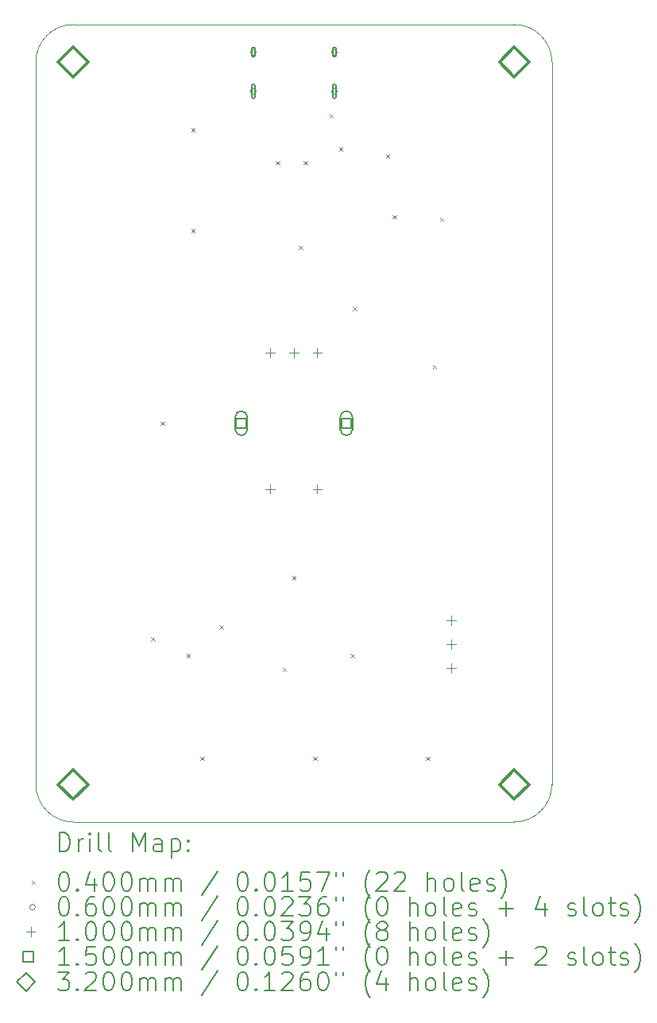
<source format=gbr>
%FSLAX45Y45*%
G04 Gerber Fmt 4.5, Leading zero omitted, Abs format (unit mm)*
G04 Created by KiCad (PCBNEW (6.0.5)) date 2024-07-06 21:19:58*
%MOMM*%
%LPD*%
G01*
G04 APERTURE LIST*
%TA.AperFunction,Profile*%
%ADD10C,0.100000*%
%TD*%
%ADD11C,0.200000*%
%ADD12C,0.040000*%
%ADD13C,0.060000*%
%ADD14C,0.100000*%
%ADD15C,0.150000*%
%ADD16C,0.320000*%
G04 APERTURE END LIST*
D10*
X17300000Y-14600000D02*
G75*
G03*
X17700000Y-14200000I0J400000D01*
G01*
X17300000Y-6100000D02*
X12600000Y-6100000D01*
X12200000Y-6500000D02*
X12200000Y-14200000D01*
X12600000Y-6100000D02*
G75*
G03*
X12200000Y-6500000I0J-400000D01*
G01*
X17700000Y-14200000D02*
X17700000Y-6500000D01*
X12200000Y-14200000D02*
G75*
G03*
X12600000Y-14600000I400000J0D01*
G01*
X12600000Y-14600000D02*
X17300000Y-14600000D01*
X17700000Y-6500000D02*
G75*
G03*
X17300000Y-6100000I-400000J0D01*
G01*
D11*
D12*
X13430000Y-12630000D02*
X13470000Y-12670000D01*
X13470000Y-12630000D02*
X13430000Y-12670000D01*
X13530000Y-10330000D02*
X13570000Y-10370000D01*
X13570000Y-10330000D02*
X13530000Y-10370000D01*
X13805000Y-12805000D02*
X13845000Y-12845000D01*
X13845000Y-12805000D02*
X13805000Y-12845000D01*
X13855000Y-7205000D02*
X13895000Y-7245000D01*
X13895000Y-7205000D02*
X13855000Y-7245000D01*
X13855000Y-8280000D02*
X13895000Y-8320000D01*
X13895000Y-8280000D02*
X13855000Y-8320000D01*
X13955000Y-13905000D02*
X13995000Y-13945000D01*
X13995000Y-13905000D02*
X13955000Y-13945000D01*
X14155000Y-12505000D02*
X14195000Y-12545000D01*
X14195000Y-12505000D02*
X14155000Y-12545000D01*
X14755000Y-7555000D02*
X14795000Y-7595000D01*
X14795000Y-7555000D02*
X14755000Y-7595000D01*
X14830000Y-12955000D02*
X14870000Y-12995000D01*
X14870000Y-12955000D02*
X14830000Y-12995000D01*
X14930000Y-11980000D02*
X14970000Y-12020000D01*
X14970000Y-11980000D02*
X14930000Y-12020000D01*
X15005000Y-8455000D02*
X15045000Y-8495000D01*
X15045000Y-8455000D02*
X15005000Y-8495000D01*
X15055000Y-7555000D02*
X15095000Y-7595000D01*
X15095000Y-7555000D02*
X15055000Y-7595000D01*
X15155000Y-13905000D02*
X15195000Y-13945000D01*
X15195000Y-13905000D02*
X15155000Y-13945000D01*
X15330000Y-7055000D02*
X15370000Y-7095000D01*
X15370000Y-7055000D02*
X15330000Y-7095000D01*
X15430000Y-7405000D02*
X15470000Y-7445000D01*
X15470000Y-7405000D02*
X15430000Y-7445000D01*
X15555000Y-12805000D02*
X15595000Y-12845000D01*
X15595000Y-12805000D02*
X15555000Y-12845000D01*
X15580000Y-9105000D02*
X15620000Y-9145000D01*
X15620000Y-9105000D02*
X15580000Y-9145000D01*
X15930000Y-7480000D02*
X15970000Y-7520000D01*
X15970000Y-7480000D02*
X15930000Y-7520000D01*
X16005000Y-8130000D02*
X16045000Y-8170000D01*
X16045000Y-8130000D02*
X16005000Y-8170000D01*
X16355000Y-13905000D02*
X16395000Y-13945000D01*
X16395000Y-13905000D02*
X16355000Y-13945000D01*
X16430000Y-9730000D02*
X16470000Y-9770000D01*
X16470000Y-9730000D02*
X16430000Y-9770000D01*
X16505000Y-8155000D02*
X16545000Y-8195000D01*
X16545000Y-8155000D02*
X16505000Y-8195000D01*
D13*
X14548000Y-6395000D02*
G75*
G03*
X14548000Y-6395000I-30000J0D01*
G01*
D11*
X14538000Y-6425000D02*
X14538000Y-6365000D01*
X14498000Y-6425000D02*
X14498000Y-6365000D01*
X14538000Y-6365000D02*
G75*
G03*
X14498000Y-6365000I-20000J0D01*
G01*
X14498000Y-6425000D02*
G75*
G03*
X14538000Y-6425000I20000J0D01*
G01*
D13*
X14548000Y-6813000D02*
G75*
G03*
X14548000Y-6813000I-30000J0D01*
G01*
D11*
X14538000Y-6868000D02*
X14538000Y-6758000D01*
X14498000Y-6868000D02*
X14498000Y-6758000D01*
X14538000Y-6758000D02*
G75*
G03*
X14498000Y-6758000I-20000J0D01*
G01*
X14498000Y-6868000D02*
G75*
G03*
X14538000Y-6868000I20000J0D01*
G01*
D13*
X15412000Y-6395000D02*
G75*
G03*
X15412000Y-6395000I-30000J0D01*
G01*
D11*
X15402000Y-6425000D02*
X15402000Y-6365000D01*
X15362000Y-6425000D02*
X15362000Y-6365000D01*
X15402000Y-6365000D02*
G75*
G03*
X15362000Y-6365000I-20000J0D01*
G01*
X15362000Y-6425000D02*
G75*
G03*
X15402000Y-6425000I20000J0D01*
G01*
D13*
X15412000Y-6813000D02*
G75*
G03*
X15412000Y-6813000I-30000J0D01*
G01*
D11*
X15402000Y-6868000D02*
X15402000Y-6758000D01*
X15362000Y-6868000D02*
X15362000Y-6758000D01*
X15402000Y-6758000D02*
G75*
G03*
X15362000Y-6758000I-20000J0D01*
G01*
X15362000Y-6868000D02*
G75*
G03*
X15402000Y-6868000I20000J0D01*
G01*
D14*
X14700000Y-9550000D02*
X14700000Y-9650000D01*
X14650000Y-9600000D02*
X14750000Y-9600000D01*
X14700000Y-11000000D02*
X14700000Y-11100000D01*
X14650000Y-11050000D02*
X14750000Y-11050000D01*
X14950000Y-9550000D02*
X14950000Y-9650000D01*
X14900000Y-9600000D02*
X15000000Y-9600000D01*
X15200000Y-9550000D02*
X15200000Y-9650000D01*
X15150000Y-9600000D02*
X15250000Y-9600000D01*
X15200000Y-11000000D02*
X15200000Y-11100000D01*
X15150000Y-11050000D02*
X15250000Y-11050000D01*
X16625000Y-12400000D02*
X16625000Y-12500000D01*
X16575000Y-12450000D02*
X16675000Y-12450000D01*
X16625000Y-12654000D02*
X16625000Y-12754000D01*
X16575000Y-12704000D02*
X16675000Y-12704000D01*
X16625000Y-12908000D02*
X16625000Y-13008000D01*
X16575000Y-12958000D02*
X16675000Y-12958000D01*
D15*
X14443033Y-10403034D02*
X14443033Y-10296967D01*
X14336966Y-10296967D01*
X14336966Y-10403034D01*
X14443033Y-10403034D01*
D11*
X14325000Y-10285000D02*
X14325000Y-10415000D01*
X14455000Y-10285000D02*
X14455000Y-10415000D01*
X14325000Y-10415000D02*
G75*
G03*
X14455000Y-10415000I65000J0D01*
G01*
X14455000Y-10285000D02*
G75*
G03*
X14325000Y-10285000I-65000J0D01*
G01*
D15*
X15563033Y-10403034D02*
X15563033Y-10296967D01*
X15456966Y-10296967D01*
X15456966Y-10403034D01*
X15563033Y-10403034D01*
D11*
X15445000Y-10285000D02*
X15445000Y-10415000D01*
X15575000Y-10285000D02*
X15575000Y-10415000D01*
X15445000Y-10415000D02*
G75*
G03*
X15575000Y-10415000I65000J0D01*
G01*
X15575000Y-10285000D02*
G75*
G03*
X15445000Y-10285000I-65000J0D01*
G01*
D16*
X12600000Y-6660000D02*
X12760000Y-6500000D01*
X12600000Y-6340000D01*
X12440000Y-6500000D01*
X12600000Y-6660000D01*
X12600000Y-14360000D02*
X12760000Y-14200000D01*
X12600000Y-14040000D01*
X12440000Y-14200000D01*
X12600000Y-14360000D01*
X17300000Y-6660000D02*
X17460000Y-6500000D01*
X17300000Y-6340000D01*
X17140000Y-6500000D01*
X17300000Y-6660000D01*
X17300000Y-14360000D02*
X17460000Y-14200000D01*
X17300000Y-14040000D01*
X17140000Y-14200000D01*
X17300000Y-14360000D01*
D11*
X12452619Y-14915476D02*
X12452619Y-14715476D01*
X12500238Y-14715476D01*
X12528809Y-14725000D01*
X12547857Y-14744048D01*
X12557381Y-14763095D01*
X12566905Y-14801190D01*
X12566905Y-14829762D01*
X12557381Y-14867857D01*
X12547857Y-14886905D01*
X12528809Y-14905952D01*
X12500238Y-14915476D01*
X12452619Y-14915476D01*
X12652619Y-14915476D02*
X12652619Y-14782143D01*
X12652619Y-14820238D02*
X12662143Y-14801190D01*
X12671667Y-14791667D01*
X12690714Y-14782143D01*
X12709762Y-14782143D01*
X12776428Y-14915476D02*
X12776428Y-14782143D01*
X12776428Y-14715476D02*
X12766905Y-14725000D01*
X12776428Y-14734524D01*
X12785952Y-14725000D01*
X12776428Y-14715476D01*
X12776428Y-14734524D01*
X12900238Y-14915476D02*
X12881190Y-14905952D01*
X12871667Y-14886905D01*
X12871667Y-14715476D01*
X13005000Y-14915476D02*
X12985952Y-14905952D01*
X12976428Y-14886905D01*
X12976428Y-14715476D01*
X13233571Y-14915476D02*
X13233571Y-14715476D01*
X13300238Y-14858333D01*
X13366905Y-14715476D01*
X13366905Y-14915476D01*
X13547857Y-14915476D02*
X13547857Y-14810714D01*
X13538333Y-14791667D01*
X13519286Y-14782143D01*
X13481190Y-14782143D01*
X13462143Y-14791667D01*
X13547857Y-14905952D02*
X13528809Y-14915476D01*
X13481190Y-14915476D01*
X13462143Y-14905952D01*
X13452619Y-14886905D01*
X13452619Y-14867857D01*
X13462143Y-14848809D01*
X13481190Y-14839286D01*
X13528809Y-14839286D01*
X13547857Y-14829762D01*
X13643095Y-14782143D02*
X13643095Y-14982143D01*
X13643095Y-14791667D02*
X13662143Y-14782143D01*
X13700238Y-14782143D01*
X13719286Y-14791667D01*
X13728809Y-14801190D01*
X13738333Y-14820238D01*
X13738333Y-14877381D01*
X13728809Y-14896428D01*
X13719286Y-14905952D01*
X13700238Y-14915476D01*
X13662143Y-14915476D01*
X13643095Y-14905952D01*
X13824048Y-14896428D02*
X13833571Y-14905952D01*
X13824048Y-14915476D01*
X13814524Y-14905952D01*
X13824048Y-14896428D01*
X13824048Y-14915476D01*
X13824048Y-14791667D02*
X13833571Y-14801190D01*
X13824048Y-14810714D01*
X13814524Y-14801190D01*
X13824048Y-14791667D01*
X13824048Y-14810714D01*
D12*
X12155000Y-15225000D02*
X12195000Y-15265000D01*
X12195000Y-15225000D02*
X12155000Y-15265000D01*
D11*
X12490714Y-15135476D02*
X12509762Y-15135476D01*
X12528809Y-15145000D01*
X12538333Y-15154524D01*
X12547857Y-15173571D01*
X12557381Y-15211667D01*
X12557381Y-15259286D01*
X12547857Y-15297381D01*
X12538333Y-15316428D01*
X12528809Y-15325952D01*
X12509762Y-15335476D01*
X12490714Y-15335476D01*
X12471667Y-15325952D01*
X12462143Y-15316428D01*
X12452619Y-15297381D01*
X12443095Y-15259286D01*
X12443095Y-15211667D01*
X12452619Y-15173571D01*
X12462143Y-15154524D01*
X12471667Y-15145000D01*
X12490714Y-15135476D01*
X12643095Y-15316428D02*
X12652619Y-15325952D01*
X12643095Y-15335476D01*
X12633571Y-15325952D01*
X12643095Y-15316428D01*
X12643095Y-15335476D01*
X12824048Y-15202143D02*
X12824048Y-15335476D01*
X12776428Y-15125952D02*
X12728809Y-15268809D01*
X12852619Y-15268809D01*
X12966905Y-15135476D02*
X12985952Y-15135476D01*
X13005000Y-15145000D01*
X13014524Y-15154524D01*
X13024048Y-15173571D01*
X13033571Y-15211667D01*
X13033571Y-15259286D01*
X13024048Y-15297381D01*
X13014524Y-15316428D01*
X13005000Y-15325952D01*
X12985952Y-15335476D01*
X12966905Y-15335476D01*
X12947857Y-15325952D01*
X12938333Y-15316428D01*
X12928809Y-15297381D01*
X12919286Y-15259286D01*
X12919286Y-15211667D01*
X12928809Y-15173571D01*
X12938333Y-15154524D01*
X12947857Y-15145000D01*
X12966905Y-15135476D01*
X13157381Y-15135476D02*
X13176428Y-15135476D01*
X13195476Y-15145000D01*
X13205000Y-15154524D01*
X13214524Y-15173571D01*
X13224048Y-15211667D01*
X13224048Y-15259286D01*
X13214524Y-15297381D01*
X13205000Y-15316428D01*
X13195476Y-15325952D01*
X13176428Y-15335476D01*
X13157381Y-15335476D01*
X13138333Y-15325952D01*
X13128809Y-15316428D01*
X13119286Y-15297381D01*
X13109762Y-15259286D01*
X13109762Y-15211667D01*
X13119286Y-15173571D01*
X13128809Y-15154524D01*
X13138333Y-15145000D01*
X13157381Y-15135476D01*
X13309762Y-15335476D02*
X13309762Y-15202143D01*
X13309762Y-15221190D02*
X13319286Y-15211667D01*
X13338333Y-15202143D01*
X13366905Y-15202143D01*
X13385952Y-15211667D01*
X13395476Y-15230714D01*
X13395476Y-15335476D01*
X13395476Y-15230714D02*
X13405000Y-15211667D01*
X13424048Y-15202143D01*
X13452619Y-15202143D01*
X13471667Y-15211667D01*
X13481190Y-15230714D01*
X13481190Y-15335476D01*
X13576428Y-15335476D02*
X13576428Y-15202143D01*
X13576428Y-15221190D02*
X13585952Y-15211667D01*
X13605000Y-15202143D01*
X13633571Y-15202143D01*
X13652619Y-15211667D01*
X13662143Y-15230714D01*
X13662143Y-15335476D01*
X13662143Y-15230714D02*
X13671667Y-15211667D01*
X13690714Y-15202143D01*
X13719286Y-15202143D01*
X13738333Y-15211667D01*
X13747857Y-15230714D01*
X13747857Y-15335476D01*
X14138333Y-15125952D02*
X13966905Y-15383095D01*
X14395476Y-15135476D02*
X14414524Y-15135476D01*
X14433571Y-15145000D01*
X14443095Y-15154524D01*
X14452619Y-15173571D01*
X14462143Y-15211667D01*
X14462143Y-15259286D01*
X14452619Y-15297381D01*
X14443095Y-15316428D01*
X14433571Y-15325952D01*
X14414524Y-15335476D01*
X14395476Y-15335476D01*
X14376428Y-15325952D01*
X14366905Y-15316428D01*
X14357381Y-15297381D01*
X14347857Y-15259286D01*
X14347857Y-15211667D01*
X14357381Y-15173571D01*
X14366905Y-15154524D01*
X14376428Y-15145000D01*
X14395476Y-15135476D01*
X14547857Y-15316428D02*
X14557381Y-15325952D01*
X14547857Y-15335476D01*
X14538333Y-15325952D01*
X14547857Y-15316428D01*
X14547857Y-15335476D01*
X14681190Y-15135476D02*
X14700238Y-15135476D01*
X14719286Y-15145000D01*
X14728809Y-15154524D01*
X14738333Y-15173571D01*
X14747857Y-15211667D01*
X14747857Y-15259286D01*
X14738333Y-15297381D01*
X14728809Y-15316428D01*
X14719286Y-15325952D01*
X14700238Y-15335476D01*
X14681190Y-15335476D01*
X14662143Y-15325952D01*
X14652619Y-15316428D01*
X14643095Y-15297381D01*
X14633571Y-15259286D01*
X14633571Y-15211667D01*
X14643095Y-15173571D01*
X14652619Y-15154524D01*
X14662143Y-15145000D01*
X14681190Y-15135476D01*
X14938333Y-15335476D02*
X14824048Y-15335476D01*
X14881190Y-15335476D02*
X14881190Y-15135476D01*
X14862143Y-15164048D01*
X14843095Y-15183095D01*
X14824048Y-15192619D01*
X15119286Y-15135476D02*
X15024048Y-15135476D01*
X15014524Y-15230714D01*
X15024048Y-15221190D01*
X15043095Y-15211667D01*
X15090714Y-15211667D01*
X15109762Y-15221190D01*
X15119286Y-15230714D01*
X15128809Y-15249762D01*
X15128809Y-15297381D01*
X15119286Y-15316428D01*
X15109762Y-15325952D01*
X15090714Y-15335476D01*
X15043095Y-15335476D01*
X15024048Y-15325952D01*
X15014524Y-15316428D01*
X15195476Y-15135476D02*
X15328809Y-15135476D01*
X15243095Y-15335476D01*
X15395476Y-15135476D02*
X15395476Y-15173571D01*
X15471667Y-15135476D02*
X15471667Y-15173571D01*
X15766905Y-15411667D02*
X15757381Y-15402143D01*
X15738333Y-15373571D01*
X15728809Y-15354524D01*
X15719286Y-15325952D01*
X15709762Y-15278333D01*
X15709762Y-15240238D01*
X15719286Y-15192619D01*
X15728809Y-15164048D01*
X15738333Y-15145000D01*
X15757381Y-15116428D01*
X15766905Y-15106905D01*
X15833571Y-15154524D02*
X15843095Y-15145000D01*
X15862143Y-15135476D01*
X15909762Y-15135476D01*
X15928809Y-15145000D01*
X15938333Y-15154524D01*
X15947857Y-15173571D01*
X15947857Y-15192619D01*
X15938333Y-15221190D01*
X15824048Y-15335476D01*
X15947857Y-15335476D01*
X16024048Y-15154524D02*
X16033571Y-15145000D01*
X16052619Y-15135476D01*
X16100238Y-15135476D01*
X16119286Y-15145000D01*
X16128809Y-15154524D01*
X16138333Y-15173571D01*
X16138333Y-15192619D01*
X16128809Y-15221190D01*
X16014524Y-15335476D01*
X16138333Y-15335476D01*
X16376428Y-15335476D02*
X16376428Y-15135476D01*
X16462143Y-15335476D02*
X16462143Y-15230714D01*
X16452619Y-15211667D01*
X16433571Y-15202143D01*
X16405000Y-15202143D01*
X16385952Y-15211667D01*
X16376428Y-15221190D01*
X16585952Y-15335476D02*
X16566905Y-15325952D01*
X16557381Y-15316428D01*
X16547857Y-15297381D01*
X16547857Y-15240238D01*
X16557381Y-15221190D01*
X16566905Y-15211667D01*
X16585952Y-15202143D01*
X16614524Y-15202143D01*
X16633571Y-15211667D01*
X16643095Y-15221190D01*
X16652619Y-15240238D01*
X16652619Y-15297381D01*
X16643095Y-15316428D01*
X16633571Y-15325952D01*
X16614524Y-15335476D01*
X16585952Y-15335476D01*
X16766905Y-15335476D02*
X16747857Y-15325952D01*
X16738333Y-15306905D01*
X16738333Y-15135476D01*
X16919286Y-15325952D02*
X16900238Y-15335476D01*
X16862143Y-15335476D01*
X16843095Y-15325952D01*
X16833571Y-15306905D01*
X16833571Y-15230714D01*
X16843095Y-15211667D01*
X16862143Y-15202143D01*
X16900238Y-15202143D01*
X16919286Y-15211667D01*
X16928810Y-15230714D01*
X16928810Y-15249762D01*
X16833571Y-15268809D01*
X17005000Y-15325952D02*
X17024048Y-15335476D01*
X17062143Y-15335476D01*
X17081190Y-15325952D01*
X17090714Y-15306905D01*
X17090714Y-15297381D01*
X17081190Y-15278333D01*
X17062143Y-15268809D01*
X17033571Y-15268809D01*
X17014524Y-15259286D01*
X17005000Y-15240238D01*
X17005000Y-15230714D01*
X17014524Y-15211667D01*
X17033571Y-15202143D01*
X17062143Y-15202143D01*
X17081190Y-15211667D01*
X17157381Y-15411667D02*
X17166905Y-15402143D01*
X17185952Y-15373571D01*
X17195476Y-15354524D01*
X17205000Y-15325952D01*
X17214524Y-15278333D01*
X17214524Y-15240238D01*
X17205000Y-15192619D01*
X17195476Y-15164048D01*
X17185952Y-15145000D01*
X17166905Y-15116428D01*
X17157381Y-15106905D01*
D13*
X12195000Y-15509000D02*
G75*
G03*
X12195000Y-15509000I-30000J0D01*
G01*
D11*
X12490714Y-15399476D02*
X12509762Y-15399476D01*
X12528809Y-15409000D01*
X12538333Y-15418524D01*
X12547857Y-15437571D01*
X12557381Y-15475667D01*
X12557381Y-15523286D01*
X12547857Y-15561381D01*
X12538333Y-15580428D01*
X12528809Y-15589952D01*
X12509762Y-15599476D01*
X12490714Y-15599476D01*
X12471667Y-15589952D01*
X12462143Y-15580428D01*
X12452619Y-15561381D01*
X12443095Y-15523286D01*
X12443095Y-15475667D01*
X12452619Y-15437571D01*
X12462143Y-15418524D01*
X12471667Y-15409000D01*
X12490714Y-15399476D01*
X12643095Y-15580428D02*
X12652619Y-15589952D01*
X12643095Y-15599476D01*
X12633571Y-15589952D01*
X12643095Y-15580428D01*
X12643095Y-15599476D01*
X12824048Y-15399476D02*
X12785952Y-15399476D01*
X12766905Y-15409000D01*
X12757381Y-15418524D01*
X12738333Y-15447095D01*
X12728809Y-15485190D01*
X12728809Y-15561381D01*
X12738333Y-15580428D01*
X12747857Y-15589952D01*
X12766905Y-15599476D01*
X12805000Y-15599476D01*
X12824048Y-15589952D01*
X12833571Y-15580428D01*
X12843095Y-15561381D01*
X12843095Y-15513762D01*
X12833571Y-15494714D01*
X12824048Y-15485190D01*
X12805000Y-15475667D01*
X12766905Y-15475667D01*
X12747857Y-15485190D01*
X12738333Y-15494714D01*
X12728809Y-15513762D01*
X12966905Y-15399476D02*
X12985952Y-15399476D01*
X13005000Y-15409000D01*
X13014524Y-15418524D01*
X13024048Y-15437571D01*
X13033571Y-15475667D01*
X13033571Y-15523286D01*
X13024048Y-15561381D01*
X13014524Y-15580428D01*
X13005000Y-15589952D01*
X12985952Y-15599476D01*
X12966905Y-15599476D01*
X12947857Y-15589952D01*
X12938333Y-15580428D01*
X12928809Y-15561381D01*
X12919286Y-15523286D01*
X12919286Y-15475667D01*
X12928809Y-15437571D01*
X12938333Y-15418524D01*
X12947857Y-15409000D01*
X12966905Y-15399476D01*
X13157381Y-15399476D02*
X13176428Y-15399476D01*
X13195476Y-15409000D01*
X13205000Y-15418524D01*
X13214524Y-15437571D01*
X13224048Y-15475667D01*
X13224048Y-15523286D01*
X13214524Y-15561381D01*
X13205000Y-15580428D01*
X13195476Y-15589952D01*
X13176428Y-15599476D01*
X13157381Y-15599476D01*
X13138333Y-15589952D01*
X13128809Y-15580428D01*
X13119286Y-15561381D01*
X13109762Y-15523286D01*
X13109762Y-15475667D01*
X13119286Y-15437571D01*
X13128809Y-15418524D01*
X13138333Y-15409000D01*
X13157381Y-15399476D01*
X13309762Y-15599476D02*
X13309762Y-15466143D01*
X13309762Y-15485190D02*
X13319286Y-15475667D01*
X13338333Y-15466143D01*
X13366905Y-15466143D01*
X13385952Y-15475667D01*
X13395476Y-15494714D01*
X13395476Y-15599476D01*
X13395476Y-15494714D02*
X13405000Y-15475667D01*
X13424048Y-15466143D01*
X13452619Y-15466143D01*
X13471667Y-15475667D01*
X13481190Y-15494714D01*
X13481190Y-15599476D01*
X13576428Y-15599476D02*
X13576428Y-15466143D01*
X13576428Y-15485190D02*
X13585952Y-15475667D01*
X13605000Y-15466143D01*
X13633571Y-15466143D01*
X13652619Y-15475667D01*
X13662143Y-15494714D01*
X13662143Y-15599476D01*
X13662143Y-15494714D02*
X13671667Y-15475667D01*
X13690714Y-15466143D01*
X13719286Y-15466143D01*
X13738333Y-15475667D01*
X13747857Y-15494714D01*
X13747857Y-15599476D01*
X14138333Y-15389952D02*
X13966905Y-15647095D01*
X14395476Y-15399476D02*
X14414524Y-15399476D01*
X14433571Y-15409000D01*
X14443095Y-15418524D01*
X14452619Y-15437571D01*
X14462143Y-15475667D01*
X14462143Y-15523286D01*
X14452619Y-15561381D01*
X14443095Y-15580428D01*
X14433571Y-15589952D01*
X14414524Y-15599476D01*
X14395476Y-15599476D01*
X14376428Y-15589952D01*
X14366905Y-15580428D01*
X14357381Y-15561381D01*
X14347857Y-15523286D01*
X14347857Y-15475667D01*
X14357381Y-15437571D01*
X14366905Y-15418524D01*
X14376428Y-15409000D01*
X14395476Y-15399476D01*
X14547857Y-15580428D02*
X14557381Y-15589952D01*
X14547857Y-15599476D01*
X14538333Y-15589952D01*
X14547857Y-15580428D01*
X14547857Y-15599476D01*
X14681190Y-15399476D02*
X14700238Y-15399476D01*
X14719286Y-15409000D01*
X14728809Y-15418524D01*
X14738333Y-15437571D01*
X14747857Y-15475667D01*
X14747857Y-15523286D01*
X14738333Y-15561381D01*
X14728809Y-15580428D01*
X14719286Y-15589952D01*
X14700238Y-15599476D01*
X14681190Y-15599476D01*
X14662143Y-15589952D01*
X14652619Y-15580428D01*
X14643095Y-15561381D01*
X14633571Y-15523286D01*
X14633571Y-15475667D01*
X14643095Y-15437571D01*
X14652619Y-15418524D01*
X14662143Y-15409000D01*
X14681190Y-15399476D01*
X14824048Y-15418524D02*
X14833571Y-15409000D01*
X14852619Y-15399476D01*
X14900238Y-15399476D01*
X14919286Y-15409000D01*
X14928809Y-15418524D01*
X14938333Y-15437571D01*
X14938333Y-15456619D01*
X14928809Y-15485190D01*
X14814524Y-15599476D01*
X14938333Y-15599476D01*
X15005000Y-15399476D02*
X15128809Y-15399476D01*
X15062143Y-15475667D01*
X15090714Y-15475667D01*
X15109762Y-15485190D01*
X15119286Y-15494714D01*
X15128809Y-15513762D01*
X15128809Y-15561381D01*
X15119286Y-15580428D01*
X15109762Y-15589952D01*
X15090714Y-15599476D01*
X15033571Y-15599476D01*
X15014524Y-15589952D01*
X15005000Y-15580428D01*
X15300238Y-15399476D02*
X15262143Y-15399476D01*
X15243095Y-15409000D01*
X15233571Y-15418524D01*
X15214524Y-15447095D01*
X15205000Y-15485190D01*
X15205000Y-15561381D01*
X15214524Y-15580428D01*
X15224048Y-15589952D01*
X15243095Y-15599476D01*
X15281190Y-15599476D01*
X15300238Y-15589952D01*
X15309762Y-15580428D01*
X15319286Y-15561381D01*
X15319286Y-15513762D01*
X15309762Y-15494714D01*
X15300238Y-15485190D01*
X15281190Y-15475667D01*
X15243095Y-15475667D01*
X15224048Y-15485190D01*
X15214524Y-15494714D01*
X15205000Y-15513762D01*
X15395476Y-15399476D02*
X15395476Y-15437571D01*
X15471667Y-15399476D02*
X15471667Y-15437571D01*
X15766905Y-15675667D02*
X15757381Y-15666143D01*
X15738333Y-15637571D01*
X15728809Y-15618524D01*
X15719286Y-15589952D01*
X15709762Y-15542333D01*
X15709762Y-15504238D01*
X15719286Y-15456619D01*
X15728809Y-15428048D01*
X15738333Y-15409000D01*
X15757381Y-15380428D01*
X15766905Y-15370905D01*
X15881190Y-15399476D02*
X15900238Y-15399476D01*
X15919286Y-15409000D01*
X15928809Y-15418524D01*
X15938333Y-15437571D01*
X15947857Y-15475667D01*
X15947857Y-15523286D01*
X15938333Y-15561381D01*
X15928809Y-15580428D01*
X15919286Y-15589952D01*
X15900238Y-15599476D01*
X15881190Y-15599476D01*
X15862143Y-15589952D01*
X15852619Y-15580428D01*
X15843095Y-15561381D01*
X15833571Y-15523286D01*
X15833571Y-15475667D01*
X15843095Y-15437571D01*
X15852619Y-15418524D01*
X15862143Y-15409000D01*
X15881190Y-15399476D01*
X16185952Y-15599476D02*
X16185952Y-15399476D01*
X16271667Y-15599476D02*
X16271667Y-15494714D01*
X16262143Y-15475667D01*
X16243095Y-15466143D01*
X16214524Y-15466143D01*
X16195476Y-15475667D01*
X16185952Y-15485190D01*
X16395476Y-15599476D02*
X16376428Y-15589952D01*
X16366905Y-15580428D01*
X16357381Y-15561381D01*
X16357381Y-15504238D01*
X16366905Y-15485190D01*
X16376428Y-15475667D01*
X16395476Y-15466143D01*
X16424048Y-15466143D01*
X16443095Y-15475667D01*
X16452619Y-15485190D01*
X16462143Y-15504238D01*
X16462143Y-15561381D01*
X16452619Y-15580428D01*
X16443095Y-15589952D01*
X16424048Y-15599476D01*
X16395476Y-15599476D01*
X16576428Y-15599476D02*
X16557381Y-15589952D01*
X16547857Y-15570905D01*
X16547857Y-15399476D01*
X16728809Y-15589952D02*
X16709762Y-15599476D01*
X16671667Y-15599476D01*
X16652619Y-15589952D01*
X16643095Y-15570905D01*
X16643095Y-15494714D01*
X16652619Y-15475667D01*
X16671667Y-15466143D01*
X16709762Y-15466143D01*
X16728809Y-15475667D01*
X16738333Y-15494714D01*
X16738333Y-15513762D01*
X16643095Y-15532809D01*
X16814524Y-15589952D02*
X16833571Y-15599476D01*
X16871667Y-15599476D01*
X16890714Y-15589952D01*
X16900238Y-15570905D01*
X16900238Y-15561381D01*
X16890714Y-15542333D01*
X16871667Y-15532809D01*
X16843095Y-15532809D01*
X16824048Y-15523286D01*
X16814524Y-15504238D01*
X16814524Y-15494714D01*
X16824048Y-15475667D01*
X16843095Y-15466143D01*
X16871667Y-15466143D01*
X16890714Y-15475667D01*
X17138333Y-15523286D02*
X17290714Y-15523286D01*
X17214524Y-15599476D02*
X17214524Y-15447095D01*
X17624048Y-15466143D02*
X17624048Y-15599476D01*
X17576429Y-15389952D02*
X17528810Y-15532809D01*
X17652619Y-15532809D01*
X17871667Y-15589952D02*
X17890714Y-15599476D01*
X17928810Y-15599476D01*
X17947857Y-15589952D01*
X17957381Y-15570905D01*
X17957381Y-15561381D01*
X17947857Y-15542333D01*
X17928810Y-15532809D01*
X17900238Y-15532809D01*
X17881190Y-15523286D01*
X17871667Y-15504238D01*
X17871667Y-15494714D01*
X17881190Y-15475667D01*
X17900238Y-15466143D01*
X17928810Y-15466143D01*
X17947857Y-15475667D01*
X18071667Y-15599476D02*
X18052619Y-15589952D01*
X18043095Y-15570905D01*
X18043095Y-15399476D01*
X18176429Y-15599476D02*
X18157381Y-15589952D01*
X18147857Y-15580428D01*
X18138333Y-15561381D01*
X18138333Y-15504238D01*
X18147857Y-15485190D01*
X18157381Y-15475667D01*
X18176429Y-15466143D01*
X18205000Y-15466143D01*
X18224048Y-15475667D01*
X18233571Y-15485190D01*
X18243095Y-15504238D01*
X18243095Y-15561381D01*
X18233571Y-15580428D01*
X18224048Y-15589952D01*
X18205000Y-15599476D01*
X18176429Y-15599476D01*
X18300238Y-15466143D02*
X18376429Y-15466143D01*
X18328810Y-15399476D02*
X18328810Y-15570905D01*
X18338333Y-15589952D01*
X18357381Y-15599476D01*
X18376429Y-15599476D01*
X18433571Y-15589952D02*
X18452619Y-15599476D01*
X18490714Y-15599476D01*
X18509762Y-15589952D01*
X18519286Y-15570905D01*
X18519286Y-15561381D01*
X18509762Y-15542333D01*
X18490714Y-15532809D01*
X18462143Y-15532809D01*
X18443095Y-15523286D01*
X18433571Y-15504238D01*
X18433571Y-15494714D01*
X18443095Y-15475667D01*
X18462143Y-15466143D01*
X18490714Y-15466143D01*
X18509762Y-15475667D01*
X18585952Y-15675667D02*
X18595476Y-15666143D01*
X18614524Y-15637571D01*
X18624048Y-15618524D01*
X18633571Y-15589952D01*
X18643095Y-15542333D01*
X18643095Y-15504238D01*
X18633571Y-15456619D01*
X18624048Y-15428048D01*
X18614524Y-15409000D01*
X18595476Y-15380428D01*
X18585952Y-15370905D01*
D14*
X12145000Y-15723000D02*
X12145000Y-15823000D01*
X12095000Y-15773000D02*
X12195000Y-15773000D01*
D11*
X12557381Y-15863476D02*
X12443095Y-15863476D01*
X12500238Y-15863476D02*
X12500238Y-15663476D01*
X12481190Y-15692048D01*
X12462143Y-15711095D01*
X12443095Y-15720619D01*
X12643095Y-15844428D02*
X12652619Y-15853952D01*
X12643095Y-15863476D01*
X12633571Y-15853952D01*
X12643095Y-15844428D01*
X12643095Y-15863476D01*
X12776428Y-15663476D02*
X12795476Y-15663476D01*
X12814524Y-15673000D01*
X12824048Y-15682524D01*
X12833571Y-15701571D01*
X12843095Y-15739667D01*
X12843095Y-15787286D01*
X12833571Y-15825381D01*
X12824048Y-15844428D01*
X12814524Y-15853952D01*
X12795476Y-15863476D01*
X12776428Y-15863476D01*
X12757381Y-15853952D01*
X12747857Y-15844428D01*
X12738333Y-15825381D01*
X12728809Y-15787286D01*
X12728809Y-15739667D01*
X12738333Y-15701571D01*
X12747857Y-15682524D01*
X12757381Y-15673000D01*
X12776428Y-15663476D01*
X12966905Y-15663476D02*
X12985952Y-15663476D01*
X13005000Y-15673000D01*
X13014524Y-15682524D01*
X13024048Y-15701571D01*
X13033571Y-15739667D01*
X13033571Y-15787286D01*
X13024048Y-15825381D01*
X13014524Y-15844428D01*
X13005000Y-15853952D01*
X12985952Y-15863476D01*
X12966905Y-15863476D01*
X12947857Y-15853952D01*
X12938333Y-15844428D01*
X12928809Y-15825381D01*
X12919286Y-15787286D01*
X12919286Y-15739667D01*
X12928809Y-15701571D01*
X12938333Y-15682524D01*
X12947857Y-15673000D01*
X12966905Y-15663476D01*
X13157381Y-15663476D02*
X13176428Y-15663476D01*
X13195476Y-15673000D01*
X13205000Y-15682524D01*
X13214524Y-15701571D01*
X13224048Y-15739667D01*
X13224048Y-15787286D01*
X13214524Y-15825381D01*
X13205000Y-15844428D01*
X13195476Y-15853952D01*
X13176428Y-15863476D01*
X13157381Y-15863476D01*
X13138333Y-15853952D01*
X13128809Y-15844428D01*
X13119286Y-15825381D01*
X13109762Y-15787286D01*
X13109762Y-15739667D01*
X13119286Y-15701571D01*
X13128809Y-15682524D01*
X13138333Y-15673000D01*
X13157381Y-15663476D01*
X13309762Y-15863476D02*
X13309762Y-15730143D01*
X13309762Y-15749190D02*
X13319286Y-15739667D01*
X13338333Y-15730143D01*
X13366905Y-15730143D01*
X13385952Y-15739667D01*
X13395476Y-15758714D01*
X13395476Y-15863476D01*
X13395476Y-15758714D02*
X13405000Y-15739667D01*
X13424048Y-15730143D01*
X13452619Y-15730143D01*
X13471667Y-15739667D01*
X13481190Y-15758714D01*
X13481190Y-15863476D01*
X13576428Y-15863476D02*
X13576428Y-15730143D01*
X13576428Y-15749190D02*
X13585952Y-15739667D01*
X13605000Y-15730143D01*
X13633571Y-15730143D01*
X13652619Y-15739667D01*
X13662143Y-15758714D01*
X13662143Y-15863476D01*
X13662143Y-15758714D02*
X13671667Y-15739667D01*
X13690714Y-15730143D01*
X13719286Y-15730143D01*
X13738333Y-15739667D01*
X13747857Y-15758714D01*
X13747857Y-15863476D01*
X14138333Y-15653952D02*
X13966905Y-15911095D01*
X14395476Y-15663476D02*
X14414524Y-15663476D01*
X14433571Y-15673000D01*
X14443095Y-15682524D01*
X14452619Y-15701571D01*
X14462143Y-15739667D01*
X14462143Y-15787286D01*
X14452619Y-15825381D01*
X14443095Y-15844428D01*
X14433571Y-15853952D01*
X14414524Y-15863476D01*
X14395476Y-15863476D01*
X14376428Y-15853952D01*
X14366905Y-15844428D01*
X14357381Y-15825381D01*
X14347857Y-15787286D01*
X14347857Y-15739667D01*
X14357381Y-15701571D01*
X14366905Y-15682524D01*
X14376428Y-15673000D01*
X14395476Y-15663476D01*
X14547857Y-15844428D02*
X14557381Y-15853952D01*
X14547857Y-15863476D01*
X14538333Y-15853952D01*
X14547857Y-15844428D01*
X14547857Y-15863476D01*
X14681190Y-15663476D02*
X14700238Y-15663476D01*
X14719286Y-15673000D01*
X14728809Y-15682524D01*
X14738333Y-15701571D01*
X14747857Y-15739667D01*
X14747857Y-15787286D01*
X14738333Y-15825381D01*
X14728809Y-15844428D01*
X14719286Y-15853952D01*
X14700238Y-15863476D01*
X14681190Y-15863476D01*
X14662143Y-15853952D01*
X14652619Y-15844428D01*
X14643095Y-15825381D01*
X14633571Y-15787286D01*
X14633571Y-15739667D01*
X14643095Y-15701571D01*
X14652619Y-15682524D01*
X14662143Y-15673000D01*
X14681190Y-15663476D01*
X14814524Y-15663476D02*
X14938333Y-15663476D01*
X14871667Y-15739667D01*
X14900238Y-15739667D01*
X14919286Y-15749190D01*
X14928809Y-15758714D01*
X14938333Y-15777762D01*
X14938333Y-15825381D01*
X14928809Y-15844428D01*
X14919286Y-15853952D01*
X14900238Y-15863476D01*
X14843095Y-15863476D01*
X14824048Y-15853952D01*
X14814524Y-15844428D01*
X15033571Y-15863476D02*
X15071667Y-15863476D01*
X15090714Y-15853952D01*
X15100238Y-15844428D01*
X15119286Y-15815857D01*
X15128809Y-15777762D01*
X15128809Y-15701571D01*
X15119286Y-15682524D01*
X15109762Y-15673000D01*
X15090714Y-15663476D01*
X15052619Y-15663476D01*
X15033571Y-15673000D01*
X15024048Y-15682524D01*
X15014524Y-15701571D01*
X15014524Y-15749190D01*
X15024048Y-15768238D01*
X15033571Y-15777762D01*
X15052619Y-15787286D01*
X15090714Y-15787286D01*
X15109762Y-15777762D01*
X15119286Y-15768238D01*
X15128809Y-15749190D01*
X15300238Y-15730143D02*
X15300238Y-15863476D01*
X15252619Y-15653952D02*
X15205000Y-15796809D01*
X15328809Y-15796809D01*
X15395476Y-15663476D02*
X15395476Y-15701571D01*
X15471667Y-15663476D02*
X15471667Y-15701571D01*
X15766905Y-15939667D02*
X15757381Y-15930143D01*
X15738333Y-15901571D01*
X15728809Y-15882524D01*
X15719286Y-15853952D01*
X15709762Y-15806333D01*
X15709762Y-15768238D01*
X15719286Y-15720619D01*
X15728809Y-15692048D01*
X15738333Y-15673000D01*
X15757381Y-15644428D01*
X15766905Y-15634905D01*
X15871667Y-15749190D02*
X15852619Y-15739667D01*
X15843095Y-15730143D01*
X15833571Y-15711095D01*
X15833571Y-15701571D01*
X15843095Y-15682524D01*
X15852619Y-15673000D01*
X15871667Y-15663476D01*
X15909762Y-15663476D01*
X15928809Y-15673000D01*
X15938333Y-15682524D01*
X15947857Y-15701571D01*
X15947857Y-15711095D01*
X15938333Y-15730143D01*
X15928809Y-15739667D01*
X15909762Y-15749190D01*
X15871667Y-15749190D01*
X15852619Y-15758714D01*
X15843095Y-15768238D01*
X15833571Y-15787286D01*
X15833571Y-15825381D01*
X15843095Y-15844428D01*
X15852619Y-15853952D01*
X15871667Y-15863476D01*
X15909762Y-15863476D01*
X15928809Y-15853952D01*
X15938333Y-15844428D01*
X15947857Y-15825381D01*
X15947857Y-15787286D01*
X15938333Y-15768238D01*
X15928809Y-15758714D01*
X15909762Y-15749190D01*
X16185952Y-15863476D02*
X16185952Y-15663476D01*
X16271667Y-15863476D02*
X16271667Y-15758714D01*
X16262143Y-15739667D01*
X16243095Y-15730143D01*
X16214524Y-15730143D01*
X16195476Y-15739667D01*
X16185952Y-15749190D01*
X16395476Y-15863476D02*
X16376428Y-15853952D01*
X16366905Y-15844428D01*
X16357381Y-15825381D01*
X16357381Y-15768238D01*
X16366905Y-15749190D01*
X16376428Y-15739667D01*
X16395476Y-15730143D01*
X16424048Y-15730143D01*
X16443095Y-15739667D01*
X16452619Y-15749190D01*
X16462143Y-15768238D01*
X16462143Y-15825381D01*
X16452619Y-15844428D01*
X16443095Y-15853952D01*
X16424048Y-15863476D01*
X16395476Y-15863476D01*
X16576428Y-15863476D02*
X16557381Y-15853952D01*
X16547857Y-15834905D01*
X16547857Y-15663476D01*
X16728809Y-15853952D02*
X16709762Y-15863476D01*
X16671667Y-15863476D01*
X16652619Y-15853952D01*
X16643095Y-15834905D01*
X16643095Y-15758714D01*
X16652619Y-15739667D01*
X16671667Y-15730143D01*
X16709762Y-15730143D01*
X16728809Y-15739667D01*
X16738333Y-15758714D01*
X16738333Y-15777762D01*
X16643095Y-15796809D01*
X16814524Y-15853952D02*
X16833571Y-15863476D01*
X16871667Y-15863476D01*
X16890714Y-15853952D01*
X16900238Y-15834905D01*
X16900238Y-15825381D01*
X16890714Y-15806333D01*
X16871667Y-15796809D01*
X16843095Y-15796809D01*
X16824048Y-15787286D01*
X16814524Y-15768238D01*
X16814524Y-15758714D01*
X16824048Y-15739667D01*
X16843095Y-15730143D01*
X16871667Y-15730143D01*
X16890714Y-15739667D01*
X16966905Y-15939667D02*
X16976429Y-15930143D01*
X16995476Y-15901571D01*
X17005000Y-15882524D01*
X17014524Y-15853952D01*
X17024048Y-15806333D01*
X17024048Y-15768238D01*
X17014524Y-15720619D01*
X17005000Y-15692048D01*
X16995476Y-15673000D01*
X16976429Y-15644428D01*
X16966905Y-15634905D01*
D15*
X12173033Y-16090033D02*
X12173033Y-15983966D01*
X12066966Y-15983966D01*
X12066966Y-16090033D01*
X12173033Y-16090033D01*
D11*
X12557381Y-16127476D02*
X12443095Y-16127476D01*
X12500238Y-16127476D02*
X12500238Y-15927476D01*
X12481190Y-15956048D01*
X12462143Y-15975095D01*
X12443095Y-15984619D01*
X12643095Y-16108428D02*
X12652619Y-16117952D01*
X12643095Y-16127476D01*
X12633571Y-16117952D01*
X12643095Y-16108428D01*
X12643095Y-16127476D01*
X12833571Y-15927476D02*
X12738333Y-15927476D01*
X12728809Y-16022714D01*
X12738333Y-16013190D01*
X12757381Y-16003667D01*
X12805000Y-16003667D01*
X12824048Y-16013190D01*
X12833571Y-16022714D01*
X12843095Y-16041762D01*
X12843095Y-16089381D01*
X12833571Y-16108428D01*
X12824048Y-16117952D01*
X12805000Y-16127476D01*
X12757381Y-16127476D01*
X12738333Y-16117952D01*
X12728809Y-16108428D01*
X12966905Y-15927476D02*
X12985952Y-15927476D01*
X13005000Y-15937000D01*
X13014524Y-15946524D01*
X13024048Y-15965571D01*
X13033571Y-16003667D01*
X13033571Y-16051286D01*
X13024048Y-16089381D01*
X13014524Y-16108428D01*
X13005000Y-16117952D01*
X12985952Y-16127476D01*
X12966905Y-16127476D01*
X12947857Y-16117952D01*
X12938333Y-16108428D01*
X12928809Y-16089381D01*
X12919286Y-16051286D01*
X12919286Y-16003667D01*
X12928809Y-15965571D01*
X12938333Y-15946524D01*
X12947857Y-15937000D01*
X12966905Y-15927476D01*
X13157381Y-15927476D02*
X13176428Y-15927476D01*
X13195476Y-15937000D01*
X13205000Y-15946524D01*
X13214524Y-15965571D01*
X13224048Y-16003667D01*
X13224048Y-16051286D01*
X13214524Y-16089381D01*
X13205000Y-16108428D01*
X13195476Y-16117952D01*
X13176428Y-16127476D01*
X13157381Y-16127476D01*
X13138333Y-16117952D01*
X13128809Y-16108428D01*
X13119286Y-16089381D01*
X13109762Y-16051286D01*
X13109762Y-16003667D01*
X13119286Y-15965571D01*
X13128809Y-15946524D01*
X13138333Y-15937000D01*
X13157381Y-15927476D01*
X13309762Y-16127476D02*
X13309762Y-15994143D01*
X13309762Y-16013190D02*
X13319286Y-16003667D01*
X13338333Y-15994143D01*
X13366905Y-15994143D01*
X13385952Y-16003667D01*
X13395476Y-16022714D01*
X13395476Y-16127476D01*
X13395476Y-16022714D02*
X13405000Y-16003667D01*
X13424048Y-15994143D01*
X13452619Y-15994143D01*
X13471667Y-16003667D01*
X13481190Y-16022714D01*
X13481190Y-16127476D01*
X13576428Y-16127476D02*
X13576428Y-15994143D01*
X13576428Y-16013190D02*
X13585952Y-16003667D01*
X13605000Y-15994143D01*
X13633571Y-15994143D01*
X13652619Y-16003667D01*
X13662143Y-16022714D01*
X13662143Y-16127476D01*
X13662143Y-16022714D02*
X13671667Y-16003667D01*
X13690714Y-15994143D01*
X13719286Y-15994143D01*
X13738333Y-16003667D01*
X13747857Y-16022714D01*
X13747857Y-16127476D01*
X14138333Y-15917952D02*
X13966905Y-16175095D01*
X14395476Y-15927476D02*
X14414524Y-15927476D01*
X14433571Y-15937000D01*
X14443095Y-15946524D01*
X14452619Y-15965571D01*
X14462143Y-16003667D01*
X14462143Y-16051286D01*
X14452619Y-16089381D01*
X14443095Y-16108428D01*
X14433571Y-16117952D01*
X14414524Y-16127476D01*
X14395476Y-16127476D01*
X14376428Y-16117952D01*
X14366905Y-16108428D01*
X14357381Y-16089381D01*
X14347857Y-16051286D01*
X14347857Y-16003667D01*
X14357381Y-15965571D01*
X14366905Y-15946524D01*
X14376428Y-15937000D01*
X14395476Y-15927476D01*
X14547857Y-16108428D02*
X14557381Y-16117952D01*
X14547857Y-16127476D01*
X14538333Y-16117952D01*
X14547857Y-16108428D01*
X14547857Y-16127476D01*
X14681190Y-15927476D02*
X14700238Y-15927476D01*
X14719286Y-15937000D01*
X14728809Y-15946524D01*
X14738333Y-15965571D01*
X14747857Y-16003667D01*
X14747857Y-16051286D01*
X14738333Y-16089381D01*
X14728809Y-16108428D01*
X14719286Y-16117952D01*
X14700238Y-16127476D01*
X14681190Y-16127476D01*
X14662143Y-16117952D01*
X14652619Y-16108428D01*
X14643095Y-16089381D01*
X14633571Y-16051286D01*
X14633571Y-16003667D01*
X14643095Y-15965571D01*
X14652619Y-15946524D01*
X14662143Y-15937000D01*
X14681190Y-15927476D01*
X14928809Y-15927476D02*
X14833571Y-15927476D01*
X14824048Y-16022714D01*
X14833571Y-16013190D01*
X14852619Y-16003667D01*
X14900238Y-16003667D01*
X14919286Y-16013190D01*
X14928809Y-16022714D01*
X14938333Y-16041762D01*
X14938333Y-16089381D01*
X14928809Y-16108428D01*
X14919286Y-16117952D01*
X14900238Y-16127476D01*
X14852619Y-16127476D01*
X14833571Y-16117952D01*
X14824048Y-16108428D01*
X15033571Y-16127476D02*
X15071667Y-16127476D01*
X15090714Y-16117952D01*
X15100238Y-16108428D01*
X15119286Y-16079857D01*
X15128809Y-16041762D01*
X15128809Y-15965571D01*
X15119286Y-15946524D01*
X15109762Y-15937000D01*
X15090714Y-15927476D01*
X15052619Y-15927476D01*
X15033571Y-15937000D01*
X15024048Y-15946524D01*
X15014524Y-15965571D01*
X15014524Y-16013190D01*
X15024048Y-16032238D01*
X15033571Y-16041762D01*
X15052619Y-16051286D01*
X15090714Y-16051286D01*
X15109762Y-16041762D01*
X15119286Y-16032238D01*
X15128809Y-16013190D01*
X15319286Y-16127476D02*
X15205000Y-16127476D01*
X15262143Y-16127476D02*
X15262143Y-15927476D01*
X15243095Y-15956048D01*
X15224048Y-15975095D01*
X15205000Y-15984619D01*
X15395476Y-15927476D02*
X15395476Y-15965571D01*
X15471667Y-15927476D02*
X15471667Y-15965571D01*
X15766905Y-16203667D02*
X15757381Y-16194143D01*
X15738333Y-16165571D01*
X15728809Y-16146524D01*
X15719286Y-16117952D01*
X15709762Y-16070333D01*
X15709762Y-16032238D01*
X15719286Y-15984619D01*
X15728809Y-15956048D01*
X15738333Y-15937000D01*
X15757381Y-15908428D01*
X15766905Y-15898905D01*
X15881190Y-15927476D02*
X15900238Y-15927476D01*
X15919286Y-15937000D01*
X15928809Y-15946524D01*
X15938333Y-15965571D01*
X15947857Y-16003667D01*
X15947857Y-16051286D01*
X15938333Y-16089381D01*
X15928809Y-16108428D01*
X15919286Y-16117952D01*
X15900238Y-16127476D01*
X15881190Y-16127476D01*
X15862143Y-16117952D01*
X15852619Y-16108428D01*
X15843095Y-16089381D01*
X15833571Y-16051286D01*
X15833571Y-16003667D01*
X15843095Y-15965571D01*
X15852619Y-15946524D01*
X15862143Y-15937000D01*
X15881190Y-15927476D01*
X16185952Y-16127476D02*
X16185952Y-15927476D01*
X16271667Y-16127476D02*
X16271667Y-16022714D01*
X16262143Y-16003667D01*
X16243095Y-15994143D01*
X16214524Y-15994143D01*
X16195476Y-16003667D01*
X16185952Y-16013190D01*
X16395476Y-16127476D02*
X16376428Y-16117952D01*
X16366905Y-16108428D01*
X16357381Y-16089381D01*
X16357381Y-16032238D01*
X16366905Y-16013190D01*
X16376428Y-16003667D01*
X16395476Y-15994143D01*
X16424048Y-15994143D01*
X16443095Y-16003667D01*
X16452619Y-16013190D01*
X16462143Y-16032238D01*
X16462143Y-16089381D01*
X16452619Y-16108428D01*
X16443095Y-16117952D01*
X16424048Y-16127476D01*
X16395476Y-16127476D01*
X16576428Y-16127476D02*
X16557381Y-16117952D01*
X16547857Y-16098905D01*
X16547857Y-15927476D01*
X16728809Y-16117952D02*
X16709762Y-16127476D01*
X16671667Y-16127476D01*
X16652619Y-16117952D01*
X16643095Y-16098905D01*
X16643095Y-16022714D01*
X16652619Y-16003667D01*
X16671667Y-15994143D01*
X16709762Y-15994143D01*
X16728809Y-16003667D01*
X16738333Y-16022714D01*
X16738333Y-16041762D01*
X16643095Y-16060809D01*
X16814524Y-16117952D02*
X16833571Y-16127476D01*
X16871667Y-16127476D01*
X16890714Y-16117952D01*
X16900238Y-16098905D01*
X16900238Y-16089381D01*
X16890714Y-16070333D01*
X16871667Y-16060809D01*
X16843095Y-16060809D01*
X16824048Y-16051286D01*
X16814524Y-16032238D01*
X16814524Y-16022714D01*
X16824048Y-16003667D01*
X16843095Y-15994143D01*
X16871667Y-15994143D01*
X16890714Y-16003667D01*
X17138333Y-16051286D02*
X17290714Y-16051286D01*
X17214524Y-16127476D02*
X17214524Y-15975095D01*
X17528810Y-15946524D02*
X17538333Y-15937000D01*
X17557381Y-15927476D01*
X17605000Y-15927476D01*
X17624048Y-15937000D01*
X17633571Y-15946524D01*
X17643095Y-15965571D01*
X17643095Y-15984619D01*
X17633571Y-16013190D01*
X17519286Y-16127476D01*
X17643095Y-16127476D01*
X17871667Y-16117952D02*
X17890714Y-16127476D01*
X17928810Y-16127476D01*
X17947857Y-16117952D01*
X17957381Y-16098905D01*
X17957381Y-16089381D01*
X17947857Y-16070333D01*
X17928810Y-16060809D01*
X17900238Y-16060809D01*
X17881190Y-16051286D01*
X17871667Y-16032238D01*
X17871667Y-16022714D01*
X17881190Y-16003667D01*
X17900238Y-15994143D01*
X17928810Y-15994143D01*
X17947857Y-16003667D01*
X18071667Y-16127476D02*
X18052619Y-16117952D01*
X18043095Y-16098905D01*
X18043095Y-15927476D01*
X18176429Y-16127476D02*
X18157381Y-16117952D01*
X18147857Y-16108428D01*
X18138333Y-16089381D01*
X18138333Y-16032238D01*
X18147857Y-16013190D01*
X18157381Y-16003667D01*
X18176429Y-15994143D01*
X18205000Y-15994143D01*
X18224048Y-16003667D01*
X18233571Y-16013190D01*
X18243095Y-16032238D01*
X18243095Y-16089381D01*
X18233571Y-16108428D01*
X18224048Y-16117952D01*
X18205000Y-16127476D01*
X18176429Y-16127476D01*
X18300238Y-15994143D02*
X18376429Y-15994143D01*
X18328810Y-15927476D02*
X18328810Y-16098905D01*
X18338333Y-16117952D01*
X18357381Y-16127476D01*
X18376429Y-16127476D01*
X18433571Y-16117952D02*
X18452619Y-16127476D01*
X18490714Y-16127476D01*
X18509762Y-16117952D01*
X18519286Y-16098905D01*
X18519286Y-16089381D01*
X18509762Y-16070333D01*
X18490714Y-16060809D01*
X18462143Y-16060809D01*
X18443095Y-16051286D01*
X18433571Y-16032238D01*
X18433571Y-16022714D01*
X18443095Y-16003667D01*
X18462143Y-15994143D01*
X18490714Y-15994143D01*
X18509762Y-16003667D01*
X18585952Y-16203667D02*
X18595476Y-16194143D01*
X18614524Y-16165571D01*
X18624048Y-16146524D01*
X18633571Y-16117952D01*
X18643095Y-16070333D01*
X18643095Y-16032238D01*
X18633571Y-15984619D01*
X18624048Y-15956048D01*
X18614524Y-15937000D01*
X18595476Y-15908428D01*
X18585952Y-15898905D01*
X12095000Y-16407000D02*
X12195000Y-16307000D01*
X12095000Y-16207000D01*
X11995000Y-16307000D01*
X12095000Y-16407000D01*
X12433571Y-16197476D02*
X12557381Y-16197476D01*
X12490714Y-16273667D01*
X12519286Y-16273667D01*
X12538333Y-16283190D01*
X12547857Y-16292714D01*
X12557381Y-16311762D01*
X12557381Y-16359381D01*
X12547857Y-16378428D01*
X12538333Y-16387952D01*
X12519286Y-16397476D01*
X12462143Y-16397476D01*
X12443095Y-16387952D01*
X12433571Y-16378428D01*
X12643095Y-16378428D02*
X12652619Y-16387952D01*
X12643095Y-16397476D01*
X12633571Y-16387952D01*
X12643095Y-16378428D01*
X12643095Y-16397476D01*
X12728809Y-16216524D02*
X12738333Y-16207000D01*
X12757381Y-16197476D01*
X12805000Y-16197476D01*
X12824048Y-16207000D01*
X12833571Y-16216524D01*
X12843095Y-16235571D01*
X12843095Y-16254619D01*
X12833571Y-16283190D01*
X12719286Y-16397476D01*
X12843095Y-16397476D01*
X12966905Y-16197476D02*
X12985952Y-16197476D01*
X13005000Y-16207000D01*
X13014524Y-16216524D01*
X13024048Y-16235571D01*
X13033571Y-16273667D01*
X13033571Y-16321286D01*
X13024048Y-16359381D01*
X13014524Y-16378428D01*
X13005000Y-16387952D01*
X12985952Y-16397476D01*
X12966905Y-16397476D01*
X12947857Y-16387952D01*
X12938333Y-16378428D01*
X12928809Y-16359381D01*
X12919286Y-16321286D01*
X12919286Y-16273667D01*
X12928809Y-16235571D01*
X12938333Y-16216524D01*
X12947857Y-16207000D01*
X12966905Y-16197476D01*
X13157381Y-16197476D02*
X13176428Y-16197476D01*
X13195476Y-16207000D01*
X13205000Y-16216524D01*
X13214524Y-16235571D01*
X13224048Y-16273667D01*
X13224048Y-16321286D01*
X13214524Y-16359381D01*
X13205000Y-16378428D01*
X13195476Y-16387952D01*
X13176428Y-16397476D01*
X13157381Y-16397476D01*
X13138333Y-16387952D01*
X13128809Y-16378428D01*
X13119286Y-16359381D01*
X13109762Y-16321286D01*
X13109762Y-16273667D01*
X13119286Y-16235571D01*
X13128809Y-16216524D01*
X13138333Y-16207000D01*
X13157381Y-16197476D01*
X13309762Y-16397476D02*
X13309762Y-16264143D01*
X13309762Y-16283190D02*
X13319286Y-16273667D01*
X13338333Y-16264143D01*
X13366905Y-16264143D01*
X13385952Y-16273667D01*
X13395476Y-16292714D01*
X13395476Y-16397476D01*
X13395476Y-16292714D02*
X13405000Y-16273667D01*
X13424048Y-16264143D01*
X13452619Y-16264143D01*
X13471667Y-16273667D01*
X13481190Y-16292714D01*
X13481190Y-16397476D01*
X13576428Y-16397476D02*
X13576428Y-16264143D01*
X13576428Y-16283190D02*
X13585952Y-16273667D01*
X13605000Y-16264143D01*
X13633571Y-16264143D01*
X13652619Y-16273667D01*
X13662143Y-16292714D01*
X13662143Y-16397476D01*
X13662143Y-16292714D02*
X13671667Y-16273667D01*
X13690714Y-16264143D01*
X13719286Y-16264143D01*
X13738333Y-16273667D01*
X13747857Y-16292714D01*
X13747857Y-16397476D01*
X14138333Y-16187952D02*
X13966905Y-16445095D01*
X14395476Y-16197476D02*
X14414524Y-16197476D01*
X14433571Y-16207000D01*
X14443095Y-16216524D01*
X14452619Y-16235571D01*
X14462143Y-16273667D01*
X14462143Y-16321286D01*
X14452619Y-16359381D01*
X14443095Y-16378428D01*
X14433571Y-16387952D01*
X14414524Y-16397476D01*
X14395476Y-16397476D01*
X14376428Y-16387952D01*
X14366905Y-16378428D01*
X14357381Y-16359381D01*
X14347857Y-16321286D01*
X14347857Y-16273667D01*
X14357381Y-16235571D01*
X14366905Y-16216524D01*
X14376428Y-16207000D01*
X14395476Y-16197476D01*
X14547857Y-16378428D02*
X14557381Y-16387952D01*
X14547857Y-16397476D01*
X14538333Y-16387952D01*
X14547857Y-16378428D01*
X14547857Y-16397476D01*
X14747857Y-16397476D02*
X14633571Y-16397476D01*
X14690714Y-16397476D02*
X14690714Y-16197476D01*
X14671667Y-16226048D01*
X14652619Y-16245095D01*
X14633571Y-16254619D01*
X14824048Y-16216524D02*
X14833571Y-16207000D01*
X14852619Y-16197476D01*
X14900238Y-16197476D01*
X14919286Y-16207000D01*
X14928809Y-16216524D01*
X14938333Y-16235571D01*
X14938333Y-16254619D01*
X14928809Y-16283190D01*
X14814524Y-16397476D01*
X14938333Y-16397476D01*
X15109762Y-16197476D02*
X15071667Y-16197476D01*
X15052619Y-16207000D01*
X15043095Y-16216524D01*
X15024048Y-16245095D01*
X15014524Y-16283190D01*
X15014524Y-16359381D01*
X15024048Y-16378428D01*
X15033571Y-16387952D01*
X15052619Y-16397476D01*
X15090714Y-16397476D01*
X15109762Y-16387952D01*
X15119286Y-16378428D01*
X15128809Y-16359381D01*
X15128809Y-16311762D01*
X15119286Y-16292714D01*
X15109762Y-16283190D01*
X15090714Y-16273667D01*
X15052619Y-16273667D01*
X15033571Y-16283190D01*
X15024048Y-16292714D01*
X15014524Y-16311762D01*
X15252619Y-16197476D02*
X15271667Y-16197476D01*
X15290714Y-16207000D01*
X15300238Y-16216524D01*
X15309762Y-16235571D01*
X15319286Y-16273667D01*
X15319286Y-16321286D01*
X15309762Y-16359381D01*
X15300238Y-16378428D01*
X15290714Y-16387952D01*
X15271667Y-16397476D01*
X15252619Y-16397476D01*
X15233571Y-16387952D01*
X15224048Y-16378428D01*
X15214524Y-16359381D01*
X15205000Y-16321286D01*
X15205000Y-16273667D01*
X15214524Y-16235571D01*
X15224048Y-16216524D01*
X15233571Y-16207000D01*
X15252619Y-16197476D01*
X15395476Y-16197476D02*
X15395476Y-16235571D01*
X15471667Y-16197476D02*
X15471667Y-16235571D01*
X15766905Y-16473667D02*
X15757381Y-16464143D01*
X15738333Y-16435571D01*
X15728809Y-16416524D01*
X15719286Y-16387952D01*
X15709762Y-16340333D01*
X15709762Y-16302238D01*
X15719286Y-16254619D01*
X15728809Y-16226048D01*
X15738333Y-16207000D01*
X15757381Y-16178428D01*
X15766905Y-16168905D01*
X15928809Y-16264143D02*
X15928809Y-16397476D01*
X15881190Y-16187952D02*
X15833571Y-16330809D01*
X15957381Y-16330809D01*
X16185952Y-16397476D02*
X16185952Y-16197476D01*
X16271667Y-16397476D02*
X16271667Y-16292714D01*
X16262143Y-16273667D01*
X16243095Y-16264143D01*
X16214524Y-16264143D01*
X16195476Y-16273667D01*
X16185952Y-16283190D01*
X16395476Y-16397476D02*
X16376428Y-16387952D01*
X16366905Y-16378428D01*
X16357381Y-16359381D01*
X16357381Y-16302238D01*
X16366905Y-16283190D01*
X16376428Y-16273667D01*
X16395476Y-16264143D01*
X16424048Y-16264143D01*
X16443095Y-16273667D01*
X16452619Y-16283190D01*
X16462143Y-16302238D01*
X16462143Y-16359381D01*
X16452619Y-16378428D01*
X16443095Y-16387952D01*
X16424048Y-16397476D01*
X16395476Y-16397476D01*
X16576428Y-16397476D02*
X16557381Y-16387952D01*
X16547857Y-16368905D01*
X16547857Y-16197476D01*
X16728809Y-16387952D02*
X16709762Y-16397476D01*
X16671667Y-16397476D01*
X16652619Y-16387952D01*
X16643095Y-16368905D01*
X16643095Y-16292714D01*
X16652619Y-16273667D01*
X16671667Y-16264143D01*
X16709762Y-16264143D01*
X16728809Y-16273667D01*
X16738333Y-16292714D01*
X16738333Y-16311762D01*
X16643095Y-16330809D01*
X16814524Y-16387952D02*
X16833571Y-16397476D01*
X16871667Y-16397476D01*
X16890714Y-16387952D01*
X16900238Y-16368905D01*
X16900238Y-16359381D01*
X16890714Y-16340333D01*
X16871667Y-16330809D01*
X16843095Y-16330809D01*
X16824048Y-16321286D01*
X16814524Y-16302238D01*
X16814524Y-16292714D01*
X16824048Y-16273667D01*
X16843095Y-16264143D01*
X16871667Y-16264143D01*
X16890714Y-16273667D01*
X16966905Y-16473667D02*
X16976429Y-16464143D01*
X16995476Y-16435571D01*
X17005000Y-16416524D01*
X17014524Y-16387952D01*
X17024048Y-16340333D01*
X17024048Y-16302238D01*
X17014524Y-16254619D01*
X17005000Y-16226048D01*
X16995476Y-16207000D01*
X16976429Y-16178428D01*
X16966905Y-16168905D01*
M02*

</source>
